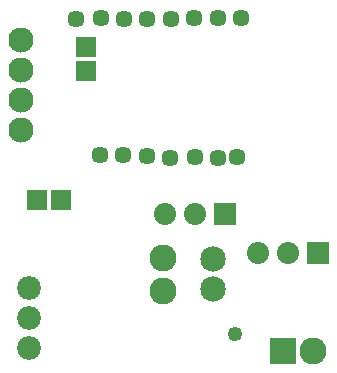
<source format=gbs>
G04 MADE WITH FRITZING*
G04 WWW.FRITZING.ORG*
G04 DOUBLE SIDED*
G04 HOLES PLATED*
G04 CONTOUR ON CENTER OF CONTOUR VECTOR*
%ASAXBY*%
%FSLAX23Y23*%
%MOIN*%
%OFA0B0*%
%SFA1.0B1.0*%
%ADD10C,0.073622*%
%ADD11C,0.090000*%
%ADD12C,0.057244*%
%ADD13C,0.049370*%
%ADD14C,0.079444*%
%ADD15C,0.085000*%
%ADD16C,0.083889*%
%ADD17R,0.073622X0.073622*%
%ADD18R,0.065118X0.069055*%
%ADD19R,0.069055X0.065118*%
%ADD20R,0.090000X0.090000*%
%ADD21C,0.030000*%
%LNMASK0*%
G90*
G70*
G54D10*
X838Y555D03*
X738Y555D03*
X638Y555D03*
X1149Y424D03*
X1049Y424D03*
X949Y424D03*
G54D11*
X632Y300D03*
X632Y410D03*
G54D12*
X426Y1208D03*
G54D13*
X874Y155D03*
G54D12*
X424Y751D03*
X500Y752D03*
X579Y748D03*
X656Y743D03*
X880Y746D03*
X738Y746D03*
X816Y743D03*
X341Y1204D03*
X578Y1207D03*
X660Y1206D03*
X735Y1209D03*
X816Y1209D03*
X894Y1210D03*
G54D14*
X186Y109D03*
X186Y209D03*
X186Y309D03*
X186Y109D03*
X186Y209D03*
X186Y309D03*
G54D12*
X501Y1206D03*
G54D15*
X799Y304D03*
X799Y404D03*
G54D16*
X158Y835D03*
X158Y935D03*
X158Y1035D03*
X158Y1135D03*
X158Y835D03*
X158Y935D03*
X158Y1035D03*
X158Y1135D03*
G54D11*
X1031Y100D03*
X1131Y100D03*
G54D17*
X838Y555D03*
X1149Y424D03*
G54D18*
X294Y601D03*
X213Y601D03*
G54D19*
X377Y1033D03*
X377Y1113D03*
G54D20*
X1031Y100D03*
G54D21*
G36*
X772Y332D02*
X827Y332D01*
X827Y277D01*
X772Y277D01*
X772Y332D01*
G37*
D02*
G04 End of Mask0*
M02*
</source>
